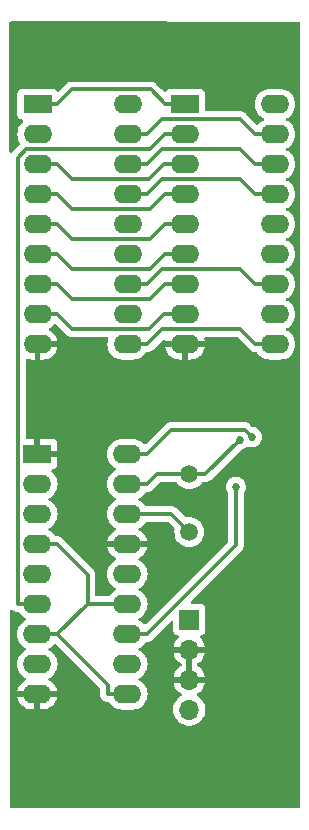
<source format=gbr>
%TF.GenerationSoftware,KiCad,Pcbnew,7.0.6-0*%
%TF.CreationDate,2023-08-27T17:26:56+10:00*%
%TF.ProjectId,PC-SPRINT_SMD,50432d53-5052-4494-9e54-5f534d442e6b,rev?*%
%TF.SameCoordinates,Original*%
%TF.FileFunction,Copper,L2,Bot*%
%TF.FilePolarity,Positive*%
%FSLAX46Y46*%
G04 Gerber Fmt 4.6, Leading zero omitted, Abs format (unit mm)*
G04 Created by KiCad (PCBNEW 7.0.6-0) date 2023-08-27 17:26:56*
%MOMM*%
%LPD*%
G01*
G04 APERTURE LIST*
%TA.AperFunction,ComponentPad*%
%ADD10R,2.400000X1.600000*%
%TD*%
%TA.AperFunction,ComponentPad*%
%ADD11O,2.400000X1.600000*%
%TD*%
%TA.AperFunction,ComponentPad*%
%ADD12C,1.500000*%
%TD*%
%TA.AperFunction,ComponentPad*%
%ADD13R,1.700000X1.700000*%
%TD*%
%TA.AperFunction,ComponentPad*%
%ADD14O,1.700000X1.700000*%
%TD*%
%TA.AperFunction,ViaPad*%
%ADD15C,0.685800*%
%TD*%
%TA.AperFunction,Conductor*%
%ADD16C,0.304800*%
%TD*%
G04 APERTURE END LIST*
D10*
%TO.P,U3,1,CSYNC*%
%TO.N,/GND*%
X77554300Y-86767900D03*
D11*
%TO.P,U3,2,PCLCK*%
%TO.N,Net-(U3-PCLCK)*%
X77554300Y-89307900D03*
%TO.P,U3,3,~{AEN1}*%
X77554300Y-91847900D03*
%TO.P,U3,4,RDY1*%
%TO.N,Net-(U2-F{slash}C)*%
X77554300Y-94387900D03*
%TO.P,U3,5,READY*%
%TO.N,Net-(U1-PCLCK)*%
X77554300Y-96927900D03*
%TO.P,U3,6,RDY2*%
%TO.N,Net-(U2-PCLCK)*%
X77554300Y-99467900D03*
%TO.P,U3,7,~{AEN2}*%
%TO.N,Net-(U2-F{slash}C)*%
X77554300Y-102007900D03*
%TO.P,U3,8,CLK*%
%TO.N,unconnected-(U3-CLK-Pad8)*%
X77554300Y-104547900D03*
%TO.P,U3,9,GND*%
%TO.N,/GND*%
X77554300Y-107087900D03*
%TO.P,U3,10,RESET*%
%TO.N,Net-(U2-F{slash}C)*%
X85174300Y-107087900D03*
%TO.P,U3,11,~{RES}*%
%TO.N,Net-(J1-Pin_1)*%
X85174300Y-104547900D03*
%TO.P,U3,12,OSC*%
%TO.N,Net-(U2-EFI)*%
X85174300Y-102007900D03*
%TO.P,U3,13,F/C*%
%TO.N,Net-(U2-F{slash}C)*%
X85174300Y-99467900D03*
%TO.P,U3,14,EFI*%
%TO.N,Net-(U1-OSC)*%
X85174300Y-96927900D03*
%TO.P,U3,15,~{ASYNC}*%
%TO.N,/GND*%
X85174300Y-94387900D03*
%TO.P,U3,16,X2*%
%TO.N,Net-(U3-X2)*%
X85174300Y-91847900D03*
%TO.P,U3,17,X1*%
%TO.N,Net-(U3-X1)*%
X85174300Y-89307900D03*
%TO.P,U3,18,VCC*%
%TO.N,Net-(U1-VCC)*%
X85174300Y-86767900D03*
%TD*%
D10*
%TO.P,U1,1,CSYNC*%
%TO.N,Net-(U1-CSYNC)*%
X77571900Y-57145600D03*
D11*
%TO.P,U1,2,PCLCK*%
%TO.N,Net-(U1-PCLCK)*%
X77571900Y-59685600D03*
%TO.P,U1,3,~{AEN1}*%
%TO.N,Net-(U1-~{AEN1})*%
X77571900Y-62225600D03*
%TO.P,U1,4,RDY1*%
%TO.N,Net-(U1-RDY1)*%
X77571900Y-64765600D03*
%TO.P,U1,5,READY*%
%TO.N,Net-(U1-READY)*%
X77571900Y-67305600D03*
%TO.P,U1,6,RDY2*%
%TO.N,Net-(U1-RDY2)*%
X77571900Y-69845600D03*
%TO.P,U1,7,~{AEN2}*%
%TO.N,Net-(U1-~{AEN2})*%
X77571900Y-72385600D03*
%TO.P,U1,8,CLK*%
%TO.N,Net-(U1-CLK)*%
X77571900Y-74925600D03*
%TO.P,U1,9,GND*%
%TO.N,/GND*%
X77571900Y-77465600D03*
%TO.P,U1,10,RESET*%
%TO.N,Net-(U1-RESET)*%
X85191900Y-77465600D03*
%TO.P,U1,11,~{RES}*%
%TO.N,Net-(D1-K)*%
X85191900Y-74925600D03*
%TO.P,U1,12,OSC*%
%TO.N,Net-(U1-OSC)*%
X85191900Y-72385600D03*
%TO.P,U1,13,F/C*%
%TO.N,unconnected-(U1-F{slash}C-Pad13)*%
X85191900Y-69845600D03*
%TO.P,U1,14,EFI*%
%TO.N,unconnected-(U1-EFI-Pad14)*%
X85191900Y-67305600D03*
%TO.P,U1,15,~{ASYNC}*%
%TO.N,Net-(U1-~{ASYNC})*%
X85191900Y-64765600D03*
%TO.P,U1,16,X2*%
%TO.N,Net-(U1-X2)*%
X85191900Y-62225600D03*
%TO.P,U1,17,X1*%
%TO.N,Net-(U1-X1)*%
X85191900Y-59685600D03*
%TO.P,U1,18,VCC*%
%TO.N,Net-(U1-VCC)*%
X85191900Y-57145600D03*
%TD*%
D12*
%TO.P,X1,1,1*%
%TO.N,Net-(U3-X2)*%
X90422900Y-93370300D03*
%TO.P,X1,2,2*%
%TO.N,Net-(U3-X1)*%
X90422900Y-88470300D03*
%TD*%
D10*
%TO.P,U2,1,CSYNC*%
%TO.N,Net-(U1-CSYNC)*%
X90060400Y-57145600D03*
D11*
%TO.P,U2,2,PCLCK*%
%TO.N,Net-(U2-PCLCK)*%
X90060400Y-59685600D03*
%TO.P,U2,3,~{AEN1}*%
%TO.N,Net-(U1-~{AEN1})*%
X90060400Y-62225600D03*
%TO.P,U2,4,RDY1*%
%TO.N,Net-(U1-RDY1)*%
X90060400Y-64765600D03*
%TO.P,U2,5,READY*%
%TO.N,Net-(U1-READY)*%
X90060400Y-67305600D03*
%TO.P,U2,6,RDY2*%
%TO.N,Net-(U1-RDY2)*%
X90060400Y-69845600D03*
%TO.P,U2,7,~{AEN2}*%
%TO.N,Net-(U1-~{AEN2})*%
X90060400Y-72385600D03*
%TO.P,U2,8,CLK*%
%TO.N,Net-(U1-CLK)*%
X90060400Y-74925600D03*
%TO.P,U2,9,GND*%
%TO.N,/GND*%
X90060400Y-77465600D03*
%TO.P,U2,10,RESET*%
%TO.N,Net-(U1-RESET)*%
X97680400Y-77465600D03*
%TO.P,U2,11,~{RES}*%
%TO.N,Net-(D1-A)*%
X97680400Y-74925600D03*
%TO.P,U2,12,OSC*%
%TO.N,Net-(U1-OSC)*%
X97680400Y-72385600D03*
%TO.P,U2,13,F/C*%
%TO.N,Net-(U2-F{slash}C)*%
X97680400Y-69845600D03*
%TO.P,U2,14,EFI*%
%TO.N,Net-(U2-EFI)*%
X97680400Y-67305600D03*
%TO.P,U2,15,~{ASYNC}*%
%TO.N,Net-(U1-~{ASYNC})*%
X97680400Y-64765600D03*
%TO.P,U2,16,X2*%
%TO.N,Net-(U1-X2)*%
X97680400Y-62225600D03*
%TO.P,U2,17,X1*%
%TO.N,Net-(U1-X1)*%
X97680400Y-59685600D03*
%TO.P,U2,18,VCC*%
%TO.N,Net-(U1-VCC)*%
X97680400Y-57145600D03*
%TD*%
D13*
%TO.P,J1,1,Pin_1*%
%TO.N,Net-(J1-Pin_1)*%
X90422900Y-100778100D03*
D14*
%TO.P,J1,2,Pin_2*%
%TO.N,/GND*%
X90422900Y-103318100D03*
%TO.P,J1,3,Pin_3*%
X90422900Y-105858100D03*
%TO.P,J1,4,Pin_4*%
%TO.N,Net-(D2-K)*%
X90422900Y-108398100D03*
%TD*%
D15*
%TO.N,Net-(U1-VCC)*%
X95715600Y-85327600D03*
%TO.N,Net-(U3-X1)*%
X94711300Y-85537600D03*
%TO.N,Net-(U2-EFI)*%
X94360300Y-89527800D03*
%TD*%
D16*
%TO.N,Net-(U1-VCC)*%
X86833400Y-86767900D02*
X88869300Y-84732000D01*
X85174300Y-86767900D02*
X86833400Y-86767900D01*
X88869300Y-84732000D02*
X95120000Y-84732000D01*
X95120000Y-84732000D02*
X95715600Y-85327600D01*
%TO.N,Net-(U3-X2)*%
X88900500Y-91847900D02*
X85174300Y-91847900D01*
X90422900Y-93370300D02*
X88900500Y-91847900D01*
%TO.N,Net-(U3-X1)*%
X85174300Y-89307900D02*
X86833400Y-89307900D01*
X86833400Y-89307900D02*
X87671000Y-88470300D01*
X87671000Y-88470300D02*
X90422900Y-88470300D01*
X91778600Y-88470300D02*
X94711300Y-85537600D01*
X90422900Y-88470300D02*
X91778600Y-88470300D01*
%TO.N,Net-(U1-CSYNC)*%
X88401300Y-57145600D02*
X87142200Y-55886500D01*
X90060400Y-57145600D02*
X88401300Y-57145600D01*
X80490100Y-55886500D02*
X79231000Y-57145600D01*
X77571900Y-57145600D02*
X79231000Y-57145600D01*
X87142200Y-55886500D02*
X80490100Y-55886500D01*
%TO.N,Net-(U1-~{AEN1})*%
X80500900Y-63495500D02*
X79231000Y-62225600D01*
X77571900Y-62225600D02*
X79231000Y-62225600D01*
X86984600Y-63495500D02*
X80500900Y-63495500D01*
X90060400Y-62225600D02*
X88254500Y-62225600D01*
X88254500Y-62225600D02*
X86984600Y-63495500D01*
%TO.N,Net-(U1-RDY1)*%
X88401300Y-64765600D02*
X87131400Y-66035500D01*
X90060400Y-64765600D02*
X88401300Y-64765600D01*
X80500900Y-66035500D02*
X79231000Y-64765600D01*
X77571900Y-64765600D02*
X79231000Y-64765600D01*
X87131400Y-66035500D02*
X80500900Y-66035500D01*
%TO.N,Net-(U1-READY)*%
X90060400Y-67305600D02*
X88401300Y-67305600D01*
X80500900Y-68575500D02*
X79231000Y-67305600D01*
X87131400Y-68575500D02*
X80500900Y-68575500D01*
X88401300Y-67305600D02*
X87131400Y-68575500D01*
X77571900Y-67305600D02*
X79231000Y-67305600D01*
%TO.N,Net-(U1-RDY2)*%
X88401300Y-69845600D02*
X87131400Y-71115500D01*
X90060400Y-69845600D02*
X88401300Y-69845600D01*
X77571900Y-69845600D02*
X79231000Y-69845600D01*
X80500900Y-71115500D02*
X79231000Y-69845600D01*
X87131400Y-71115500D02*
X80500900Y-71115500D01*
%TO.N,Net-(U1-~{AEN2})*%
X77571900Y-72385600D02*
X79231000Y-72385600D01*
X88401300Y-72385600D02*
X87131400Y-73655500D01*
X90060400Y-72385600D02*
X88401300Y-72385600D01*
X80500900Y-73655500D02*
X79231000Y-72385600D01*
X87131400Y-73655500D02*
X80500900Y-73655500D01*
%TO.N,Net-(U1-CLK)*%
X90060400Y-74925600D02*
X88254500Y-74925600D01*
X80500900Y-76195500D02*
X79231000Y-74925600D01*
X86984600Y-76195500D02*
X80500900Y-76195500D01*
X77571900Y-74925600D02*
X79231000Y-74925600D01*
X88254500Y-74925600D02*
X86984600Y-76195500D01*
%TO.N,Net-(U1-RESET)*%
X94751400Y-76195700D02*
X88120900Y-76195700D01*
X88120900Y-76195700D02*
X86851000Y-77465600D01*
X97680400Y-77465600D02*
X96021300Y-77465600D01*
X96021300Y-77465600D02*
X94751400Y-76195700D01*
X85191900Y-77465600D02*
X86851000Y-77465600D01*
%TO.N,Net-(U1-OSC)*%
X85191900Y-72385600D02*
X86851000Y-72385600D01*
X97284000Y-72385600D02*
X97680400Y-72385600D01*
X94751400Y-71115700D02*
X96021300Y-72385600D01*
X88120900Y-71115700D02*
X94751400Y-71115700D01*
X97284000Y-72385600D02*
X96021300Y-72385600D01*
X86851000Y-72385600D02*
X88120900Y-71115700D01*
%TO.N,Net-(U1-~{ASYNC})*%
X85191900Y-64765600D02*
X86851000Y-64765600D01*
X94751300Y-63495600D02*
X96021300Y-64765600D01*
X88121000Y-63495600D02*
X94751300Y-63495600D01*
X86851000Y-64765600D02*
X88121000Y-63495600D01*
X97680400Y-64765600D02*
X96021300Y-64765600D01*
%TO.N,Net-(U1-X2)*%
X97680400Y-62225600D02*
X96021300Y-62225600D01*
X86851000Y-62225600D02*
X88116500Y-60960100D01*
X85191900Y-62225600D02*
X86851000Y-62225600D01*
X94755800Y-60960100D02*
X96021300Y-62225600D01*
X88116500Y-60960100D02*
X94755800Y-60960100D01*
%TO.N,Net-(U1-X1)*%
X94751300Y-58415600D02*
X88121000Y-58415600D01*
X97680400Y-59685600D02*
X96021300Y-59685600D01*
X96021300Y-59685600D02*
X94751300Y-58415600D01*
X85191900Y-59685600D02*
X86851000Y-59685600D01*
X88121000Y-58415600D02*
X86851000Y-59685600D01*
%TO.N,Net-(U2-PCLCK)*%
X90060400Y-59685600D02*
X88401300Y-59685600D01*
X75895200Y-61661700D02*
X76601300Y-60955600D01*
X76601300Y-60955600D02*
X87131300Y-60955600D01*
X87131300Y-60955600D02*
X88401300Y-59685600D01*
X75895200Y-99467900D02*
X75895200Y-61661700D01*
X77554300Y-99467900D02*
X75895200Y-99467900D01*
%TO.N,Net-(U2-F{slash}C)*%
X84777900Y-99467900D02*
X85174300Y-99467900D01*
X79239100Y-102033600D02*
X81804800Y-99467900D01*
X84344800Y-99467900D02*
X81804800Y-99467900D01*
X84777900Y-99467900D02*
X84344800Y-99467900D01*
X81804800Y-96979300D02*
X79213400Y-94387900D01*
X83515200Y-107087900D02*
X83515200Y-106309700D01*
X77554300Y-102007900D02*
X79213400Y-102007900D01*
X77554300Y-94387900D02*
X79213400Y-94387900D01*
X85174300Y-107087900D02*
X83515200Y-107087900D01*
X81804800Y-99467900D02*
X81804800Y-96979300D01*
X79239100Y-102033600D02*
X79213400Y-102007900D01*
X83515200Y-106309700D02*
X79239100Y-102033600D01*
%TO.N,Net-(U2-EFI)*%
X86833400Y-102007900D02*
X94360300Y-94481000D01*
X85174300Y-102007900D02*
X86833400Y-102007900D01*
X94360300Y-94481000D02*
X94360300Y-89527800D01*
%TD*%
%TA.AperFunction,Conductor*%
%TO.N,/GND*%
G36*
X77605780Y-50132992D02*
G01*
X99693290Y-50142280D01*
X99760319Y-50161993D01*
X99806052Y-50214816D01*
X99817236Y-50266356D01*
X99776784Y-116624932D01*
X99757059Y-116691959D01*
X99704227Y-116737682D01*
X99652885Y-116748856D01*
X75353411Y-116768564D01*
X75286355Y-116748934D01*
X75240557Y-116696167D01*
X75229310Y-116644671D01*
X75223383Y-109756600D01*
X75215009Y-100023880D01*
X75234636Y-99956824D01*
X75287401Y-99911024D01*
X75356550Y-99901021D01*
X75420131Y-99929991D01*
X75421390Y-99931095D01*
X75424323Y-99933702D01*
X75429542Y-99938930D01*
X75453723Y-99966224D01*
X75483781Y-99986972D01*
X75489673Y-99991588D01*
X75517007Y-100015804D01*
X75549343Y-100032775D01*
X75555757Y-100036652D01*
X75585809Y-100057396D01*
X75585813Y-100057397D01*
X75585814Y-100057398D01*
X75619947Y-100070342D01*
X75626784Y-100073419D01*
X75659120Y-100090391D01*
X75694576Y-100099130D01*
X75701731Y-100101359D01*
X75735874Y-100114308D01*
X75738797Y-100114662D01*
X75772141Y-100118711D01*
X75779476Y-100120055D01*
X75804603Y-100126249D01*
X75814950Y-100128800D01*
X75814952Y-100128800D01*
X75855225Y-100128800D01*
X75955134Y-100128800D01*
X76022173Y-100148485D01*
X76056708Y-100181676D01*
X76148102Y-100312200D01*
X76310000Y-100474098D01*
X76497550Y-100605422D01*
X76497551Y-100605423D01*
X76540645Y-100625518D01*
X76593084Y-100671691D01*
X76612236Y-100738884D01*
X76592020Y-100805765D01*
X76540645Y-100850282D01*
X76497551Y-100870376D01*
X76402969Y-100936604D01*
X76310000Y-101001702D01*
X76309998Y-101001703D01*
X76309995Y-101001706D01*
X76148106Y-101163595D01*
X76148103Y-101163598D01*
X76148102Y-101163600D01*
X76066067Y-101280756D01*
X76016776Y-101351152D01*
X76016775Y-101351154D01*
X75920018Y-101558650D01*
X75920014Y-101558661D01*
X75860757Y-101779810D01*
X75860756Y-101779818D01*
X75840802Y-102007898D01*
X75840802Y-102007901D01*
X75860756Y-102235981D01*
X75860757Y-102235989D01*
X75920014Y-102457138D01*
X75920018Y-102457149D01*
X76005526Y-102640522D01*
X76016777Y-102664649D01*
X76148102Y-102852200D01*
X76310000Y-103014098D01*
X76497551Y-103145422D01*
X76497551Y-103145423D01*
X76540645Y-103165518D01*
X76593084Y-103211691D01*
X76612236Y-103278884D01*
X76592020Y-103345765D01*
X76540645Y-103390282D01*
X76497551Y-103410376D01*
X76372426Y-103497990D01*
X76310000Y-103541702D01*
X76309998Y-103541703D01*
X76309995Y-103541706D01*
X76148106Y-103703595D01*
X76148103Y-103703598D01*
X76148102Y-103703600D01*
X76093491Y-103781592D01*
X76016776Y-103891152D01*
X76016775Y-103891154D01*
X75920018Y-104098650D01*
X75920014Y-104098661D01*
X75860757Y-104319810D01*
X75860756Y-104319818D01*
X75840802Y-104547898D01*
X75840802Y-104547901D01*
X75860756Y-104775981D01*
X75860757Y-104775989D01*
X75920014Y-104997138D01*
X75920018Y-104997149D01*
X76005526Y-105180522D01*
X76016777Y-105204649D01*
X76148102Y-105392200D01*
X76310000Y-105554098D01*
X76497550Y-105685423D01*
X76497551Y-105685423D01*
X76550701Y-105710207D01*
X76603140Y-105756379D01*
X76622292Y-105823573D01*
X76602076Y-105890454D01*
X76550701Y-105934971D01*
X76501817Y-105957765D01*
X76315479Y-106088242D01*
X76154642Y-106249079D01*
X76024165Y-106435417D01*
X75928034Y-106641573D01*
X75928030Y-106641582D01*
X75875427Y-106837899D01*
X75875428Y-106837900D01*
X77238614Y-106837900D01*
X77226659Y-106849855D01*
X77169135Y-106962752D01*
X77149314Y-107087900D01*
X77169135Y-107213048D01*
X77226659Y-107325945D01*
X77238614Y-107337900D01*
X75875428Y-107337900D01*
X75928030Y-107534217D01*
X75928034Y-107534226D01*
X76024165Y-107740382D01*
X76154642Y-107926720D01*
X76315479Y-108087557D01*
X76501817Y-108218034D01*
X76707973Y-108314165D01*
X76707982Y-108314169D01*
X76927689Y-108373039D01*
X76927700Y-108373041D01*
X77097537Y-108387900D01*
X77304300Y-108387900D01*
X77304300Y-107403585D01*
X77316255Y-107415541D01*
X77429152Y-107473065D01*
X77522819Y-107487900D01*
X77585781Y-107487900D01*
X77679448Y-107473065D01*
X77792345Y-107415541D01*
X77804300Y-107403585D01*
X77804300Y-108387900D01*
X78011063Y-108387900D01*
X78180899Y-108373041D01*
X78180910Y-108373039D01*
X78400617Y-108314169D01*
X78400626Y-108314165D01*
X78606782Y-108218034D01*
X78793120Y-108087557D01*
X78953957Y-107926720D01*
X79084434Y-107740382D01*
X79180565Y-107534226D01*
X79180569Y-107534217D01*
X79233172Y-107337900D01*
X77869986Y-107337900D01*
X77881941Y-107325945D01*
X77939465Y-107213048D01*
X77959286Y-107087900D01*
X77939465Y-106962752D01*
X77881941Y-106849855D01*
X77869986Y-106837900D01*
X79233172Y-106837900D01*
X79233172Y-106837899D01*
X79180569Y-106641582D01*
X79180565Y-106641573D01*
X79084434Y-106435417D01*
X78953957Y-106249079D01*
X78793120Y-106088242D01*
X78606781Y-105957765D01*
X78606779Y-105957764D01*
X78557899Y-105934971D01*
X78505459Y-105888799D01*
X78486307Y-105821606D01*
X78506523Y-105754724D01*
X78557899Y-105710207D01*
X78611049Y-105685423D01*
X78798600Y-105554098D01*
X78960498Y-105392200D01*
X79091823Y-105204649D01*
X79188584Y-104997143D01*
X79247843Y-104775987D01*
X79267798Y-104547900D01*
X79247843Y-104319813D01*
X79188584Y-104098657D01*
X79091823Y-103891151D01*
X78960498Y-103703600D01*
X78798600Y-103541702D01*
X78611049Y-103410377D01*
X78567955Y-103390282D01*
X78515515Y-103344110D01*
X78496363Y-103276917D01*
X78516578Y-103210036D01*
X78567955Y-103165518D01*
X78571182Y-103164012D01*
X78611049Y-103145423D01*
X78798600Y-103014098D01*
X78954094Y-102858603D01*
X79015414Y-102825121D01*
X79085105Y-102830105D01*
X79129453Y-102858606D01*
X82817981Y-106547134D01*
X82851466Y-106608457D01*
X82854300Y-106634815D01*
X82854300Y-107168150D01*
X82863039Y-107203606D01*
X82864389Y-107210974D01*
X82868791Y-107247224D01*
X82874501Y-107262281D01*
X82881740Y-107281368D01*
X82883966Y-107288511D01*
X82892707Y-107323976D01*
X82909679Y-107356313D01*
X82912755Y-107363147D01*
X82925704Y-107397291D01*
X82946446Y-107427340D01*
X82950323Y-107433753D01*
X82967296Y-107466092D01*
X82991508Y-107493423D01*
X82996129Y-107499321D01*
X83016872Y-107529372D01*
X83016877Y-107529378D01*
X83044213Y-107553596D01*
X83049503Y-107558886D01*
X83073723Y-107586224D01*
X83103781Y-107606972D01*
X83109673Y-107611588D01*
X83137007Y-107635804D01*
X83169343Y-107652775D01*
X83175757Y-107656652D01*
X83205809Y-107677396D01*
X83205813Y-107677397D01*
X83205814Y-107677398D01*
X83239947Y-107690342D01*
X83246784Y-107693419D01*
X83279120Y-107710391D01*
X83314576Y-107719130D01*
X83321731Y-107721359D01*
X83355874Y-107734308D01*
X83358797Y-107734662D01*
X83392141Y-107738711D01*
X83399476Y-107740055D01*
X83424603Y-107746249D01*
X83434950Y-107748800D01*
X83434952Y-107748800D01*
X83475225Y-107748800D01*
X83575134Y-107748800D01*
X83642173Y-107768485D01*
X83676709Y-107801677D01*
X83764264Y-107926720D01*
X83768102Y-107932200D01*
X83930000Y-108094098D01*
X84117551Y-108225423D01*
X84242391Y-108283636D01*
X84325050Y-108322181D01*
X84325052Y-108322181D01*
X84325057Y-108322184D01*
X84546213Y-108381443D01*
X84717173Y-108396400D01*
X85631427Y-108396400D01*
X85802387Y-108381443D01*
X86023543Y-108322184D01*
X86231049Y-108225423D01*
X86418600Y-108094098D01*
X86580498Y-107932200D01*
X86711823Y-107744649D01*
X86808584Y-107537143D01*
X86867843Y-107315987D01*
X86887798Y-107087900D01*
X86867843Y-106859813D01*
X86808584Y-106638657D01*
X86806792Y-106634815D01*
X86711824Y-106431154D01*
X86711823Y-106431152D01*
X86711823Y-106431151D01*
X86580498Y-106243600D01*
X86418600Y-106081702D01*
X86231049Y-105950377D01*
X86187955Y-105930282D01*
X86135515Y-105884110D01*
X86116363Y-105816917D01*
X86136578Y-105750036D01*
X86187955Y-105705518D01*
X86191182Y-105704012D01*
X86231049Y-105685423D01*
X86418600Y-105554098D01*
X86580498Y-105392200D01*
X86711823Y-105204649D01*
X86808584Y-104997143D01*
X86867843Y-104775987D01*
X86887798Y-104547900D01*
X86867843Y-104319813D01*
X86808584Y-104098657D01*
X86711823Y-103891151D01*
X86580498Y-103703600D01*
X86418600Y-103541702D01*
X86231049Y-103410377D01*
X86187955Y-103390282D01*
X86135515Y-103344110D01*
X86116363Y-103276917D01*
X86136578Y-103210036D01*
X86187955Y-103165518D01*
X86191182Y-103164012D01*
X86231049Y-103145423D01*
X86418600Y-103014098D01*
X86580498Y-102852200D01*
X86671891Y-102721676D01*
X86726468Y-102678052D01*
X86773466Y-102668800D01*
X86811546Y-102668800D01*
X86815291Y-102668913D01*
X86873596Y-102672440D01*
X86873596Y-102672439D01*
X86873597Y-102672440D01*
X86931084Y-102661903D01*
X86934730Y-102661349D01*
X86992725Y-102654308D01*
X87001060Y-102651146D01*
X87022685Y-102645117D01*
X87031464Y-102643509D01*
X87084767Y-102619518D01*
X87088153Y-102618116D01*
X87142791Y-102597396D01*
X87150134Y-102592326D01*
X87169685Y-102581299D01*
X87177820Y-102577639D01*
X87223805Y-102541610D01*
X87226781Y-102539420D01*
X87274877Y-102506224D01*
X87313620Y-102462490D01*
X87316170Y-102459781D01*
X88852720Y-100923231D01*
X88914042Y-100889748D01*
X88983734Y-100894732D01*
X89039667Y-100936604D01*
X89064084Y-101002068D01*
X89064400Y-101010914D01*
X89064400Y-101676754D01*
X89070911Y-101737302D01*
X89070911Y-101737304D01*
X89122011Y-101874304D01*
X89209639Y-101991361D01*
X89326696Y-102078989D01*
X89456282Y-102127322D01*
X89512213Y-102169193D01*
X89536630Y-102234657D01*
X89521778Y-102302930D01*
X89500628Y-102331184D01*
X89384786Y-102447026D01*
X89249300Y-102640520D01*
X89249299Y-102640522D01*
X89149470Y-102854607D01*
X89149467Y-102854613D01*
X89092264Y-103068099D01*
X89092264Y-103068100D01*
X89989214Y-103068100D01*
X89963407Y-103108256D01*
X89922900Y-103246211D01*
X89922900Y-103389989D01*
X89963407Y-103527944D01*
X89989214Y-103568100D01*
X89092264Y-103568100D01*
X89149467Y-103781586D01*
X89149470Y-103781592D01*
X89249299Y-103995678D01*
X89384794Y-104189182D01*
X89551817Y-104356205D01*
X89737931Y-104486525D01*
X89781556Y-104541103D01*
X89788748Y-104610601D01*
X89757226Y-104672956D01*
X89737931Y-104689675D01*
X89551822Y-104819990D01*
X89551820Y-104819991D01*
X89384791Y-104987020D01*
X89384786Y-104987026D01*
X89249300Y-105180520D01*
X89249299Y-105180522D01*
X89149470Y-105394607D01*
X89149467Y-105394613D01*
X89092264Y-105608099D01*
X89092264Y-105608100D01*
X89989214Y-105608100D01*
X89963407Y-105648256D01*
X89922900Y-105786211D01*
X89922900Y-105929989D01*
X89963407Y-106067944D01*
X89989214Y-106108100D01*
X89092264Y-106108100D01*
X89149467Y-106321586D01*
X89149470Y-106321592D01*
X89249299Y-106535678D01*
X89384794Y-106729182D01*
X89551817Y-106896205D01*
X89732702Y-107022863D01*
X89776327Y-107077440D01*
X89783519Y-107146939D01*
X89751997Y-107209293D01*
X89720597Y-107233492D01*
X89677327Y-107256909D01*
X89677322Y-107256912D01*
X89499661Y-107395192D01*
X89499656Y-107395197D01*
X89347184Y-107560823D01*
X89347176Y-107560834D01*
X89224040Y-107749307D01*
X89133603Y-107955485D01*
X89078336Y-108173728D01*
X89078334Y-108173740D01*
X89059744Y-108398094D01*
X89059744Y-108398105D01*
X89078334Y-108622459D01*
X89078336Y-108622471D01*
X89133603Y-108840714D01*
X89224040Y-109046892D01*
X89347176Y-109235365D01*
X89347184Y-109235376D01*
X89499656Y-109401002D01*
X89499660Y-109401006D01*
X89677324Y-109539289D01*
X89677325Y-109539289D01*
X89677327Y-109539291D01*
X89804035Y-109607861D01*
X89875326Y-109646442D01*
X90088265Y-109719544D01*
X90310331Y-109756600D01*
X90535469Y-109756600D01*
X90757535Y-109719544D01*
X90970474Y-109646442D01*
X91168476Y-109539289D01*
X91346140Y-109401006D01*
X91498622Y-109235368D01*
X91621760Y-109046891D01*
X91712196Y-108840716D01*
X91767464Y-108622468D01*
X91786056Y-108398100D01*
X91785915Y-108396400D01*
X91767465Y-108173740D01*
X91767463Y-108173728D01*
X91712196Y-107955485D01*
X91701984Y-107932204D01*
X91621760Y-107749309D01*
X91621427Y-107748800D01*
X91547604Y-107635804D01*
X91498622Y-107560832D01*
X91498619Y-107560829D01*
X91498615Y-107560823D01*
X91346143Y-107395197D01*
X91346138Y-107395192D01*
X91168477Y-107256912D01*
X91168477Y-107256911D01*
X91125203Y-107233493D01*
X91075613Y-107184273D01*
X91060505Y-107116057D01*
X91084675Y-107050501D01*
X91113098Y-107022863D01*
X91293979Y-106896208D01*
X91461005Y-106729182D01*
X91596500Y-106535678D01*
X91696329Y-106321592D01*
X91696332Y-106321586D01*
X91753536Y-106108100D01*
X90856586Y-106108100D01*
X90882393Y-106067944D01*
X90922900Y-105929989D01*
X90922900Y-105786211D01*
X90882393Y-105648256D01*
X90856586Y-105608100D01*
X91753536Y-105608100D01*
X91753535Y-105608099D01*
X91696332Y-105394613D01*
X91696329Y-105394607D01*
X91596500Y-105180522D01*
X91596499Y-105180520D01*
X91461013Y-104987026D01*
X91461008Y-104987020D01*
X91293978Y-104819990D01*
X91107868Y-104689673D01*
X91064243Y-104635096D01*
X91057051Y-104565598D01*
X91088573Y-104503243D01*
X91107869Y-104486524D01*
X91293979Y-104356208D01*
X91461005Y-104189182D01*
X91596500Y-103995678D01*
X91696329Y-103781592D01*
X91696332Y-103781586D01*
X91753536Y-103568100D01*
X90856586Y-103568100D01*
X90882393Y-103527944D01*
X90922900Y-103389989D01*
X90922900Y-103246211D01*
X90882393Y-103108256D01*
X90856586Y-103068100D01*
X91753536Y-103068100D01*
X91753535Y-103068099D01*
X91696332Y-102854613D01*
X91696329Y-102854607D01*
X91596500Y-102640522D01*
X91596499Y-102640520D01*
X91461013Y-102447026D01*
X91461008Y-102447020D01*
X91345172Y-102331184D01*
X91311687Y-102269861D01*
X91316671Y-102200169D01*
X91358543Y-102144236D01*
X91389512Y-102127324D01*
X91519104Y-102078989D01*
X91636161Y-101991361D01*
X91723789Y-101874304D01*
X91774889Y-101737301D01*
X91778491Y-101703792D01*
X91781399Y-101676754D01*
X91781400Y-101676737D01*
X91781400Y-99879462D01*
X91781399Y-99879445D01*
X91777812Y-99846091D01*
X91774889Y-99818899D01*
X91723789Y-99681896D01*
X91636161Y-99564839D01*
X91519104Y-99477211D01*
X91382103Y-99426111D01*
X91321554Y-99419600D01*
X91321538Y-99419600D01*
X90655715Y-99419600D01*
X90588676Y-99399915D01*
X90542921Y-99347111D01*
X90532977Y-99277953D01*
X90562002Y-99214397D01*
X90568034Y-99207919D01*
X91613769Y-98162184D01*
X94812181Y-94963770D01*
X94814892Y-94961219D01*
X94858624Y-94922477D01*
X94891820Y-94874381D01*
X94894010Y-94871405D01*
X94930039Y-94825420D01*
X94933699Y-94817285D01*
X94944726Y-94797734D01*
X94949796Y-94790391D01*
X94970516Y-94735753D01*
X94971918Y-94732367D01*
X94995909Y-94679064D01*
X94997517Y-94670285D01*
X95003546Y-94648660D01*
X95006708Y-94640325D01*
X95013749Y-94582330D01*
X95014303Y-94578684D01*
X95024840Y-94521197D01*
X95021312Y-94462888D01*
X95021199Y-94459143D01*
X95021199Y-92276242D01*
X95021199Y-90113788D01*
X95040884Y-90046753D01*
X95052416Y-90031650D01*
X95052887Y-90031001D01*
X95052891Y-90030997D01*
X95142377Y-89876003D01*
X95197682Y-89705791D01*
X95216390Y-89527800D01*
X95197682Y-89349809D01*
X95170029Y-89264703D01*
X95142379Y-89179602D01*
X95142376Y-89179596D01*
X95052891Y-89024603D01*
X94933136Y-88891601D01*
X94884872Y-88856535D01*
X94788343Y-88786402D01*
X94624844Y-88713609D01*
X94497038Y-88686443D01*
X94449786Y-88676400D01*
X94270814Y-88676400D01*
X94233604Y-88684308D01*
X94095755Y-88713609D01*
X94095754Y-88713609D01*
X93932256Y-88786402D01*
X93787462Y-88891602D01*
X93667708Y-89024604D01*
X93578223Y-89179596D01*
X93578220Y-89179602D01*
X93522919Y-89349804D01*
X93522918Y-89349806D01*
X93504210Y-89527799D01*
X93522918Y-89705793D01*
X93522919Y-89705795D01*
X93578220Y-89875997D01*
X93578223Y-89876003D01*
X93667708Y-90030996D01*
X93671527Y-90036252D01*
X93670510Y-90036990D01*
X93697779Y-90093807D01*
X93699400Y-90113792D01*
X93699400Y-94155883D01*
X93679715Y-94222922D01*
X93663081Y-94243564D01*
X86749453Y-101157192D01*
X86688130Y-101190677D01*
X86618438Y-101185693D01*
X86574091Y-101157193D01*
X86574090Y-101157192D01*
X86418600Y-101001702D01*
X86231049Y-100870377D01*
X86187955Y-100850282D01*
X86135515Y-100804110D01*
X86116363Y-100736917D01*
X86136578Y-100670036D01*
X86187955Y-100625518D01*
X86191182Y-100624012D01*
X86231049Y-100605423D01*
X86418600Y-100474098D01*
X86580498Y-100312200D01*
X86711823Y-100124649D01*
X86808584Y-99917143D01*
X86867843Y-99695987D01*
X86887798Y-99467900D01*
X86867843Y-99239813D01*
X86808584Y-99018657D01*
X86711823Y-98811151D01*
X86580498Y-98623600D01*
X86418600Y-98461702D01*
X86231049Y-98330377D01*
X86187955Y-98310282D01*
X86135515Y-98264110D01*
X86116363Y-98196917D01*
X86136578Y-98130036D01*
X86187955Y-98085518D01*
X86191182Y-98084012D01*
X86231049Y-98065423D01*
X86418600Y-97934098D01*
X86580498Y-97772200D01*
X86711823Y-97584649D01*
X86808584Y-97377143D01*
X86867843Y-97155987D01*
X86887798Y-96927900D01*
X86867843Y-96699813D01*
X86808584Y-96478657D01*
X86711823Y-96271151D01*
X86580498Y-96083600D01*
X86418600Y-95921702D01*
X86231049Y-95790377D01*
X86177896Y-95765591D01*
X86125458Y-95719419D01*
X86106307Y-95652225D01*
X86126523Y-95585344D01*
X86177900Y-95540827D01*
X86226783Y-95518033D01*
X86413120Y-95387557D01*
X86573957Y-95226720D01*
X86704434Y-95040382D01*
X86800565Y-94834226D01*
X86800569Y-94834217D01*
X86853172Y-94637900D01*
X85489986Y-94637900D01*
X85501941Y-94625945D01*
X85559465Y-94513048D01*
X85579286Y-94387900D01*
X85559465Y-94262752D01*
X85501941Y-94149855D01*
X85489986Y-94137900D01*
X86853172Y-94137900D01*
X86853172Y-94137899D01*
X86800569Y-93941582D01*
X86800565Y-93941573D01*
X86704434Y-93735417D01*
X86573957Y-93549079D01*
X86413120Y-93388242D01*
X86226781Y-93257765D01*
X86226779Y-93257764D01*
X86177899Y-93234971D01*
X86125459Y-93188799D01*
X86106307Y-93121606D01*
X86126523Y-93054724D01*
X86177899Y-93010207D01*
X86231049Y-92985423D01*
X86418600Y-92854098D01*
X86580498Y-92692200D01*
X86671891Y-92561676D01*
X86726468Y-92518052D01*
X86773466Y-92508800D01*
X88575385Y-92508800D01*
X88642424Y-92528485D01*
X88663066Y-92545119D01*
X89147200Y-93029254D01*
X89180685Y-93090577D01*
X89179378Y-93145531D01*
X89179726Y-93145593D01*
X89179323Y-93147878D01*
X89179296Y-93149021D01*
X89178786Y-93150924D01*
X89178785Y-93150930D01*
X89159593Y-93370297D01*
X89159593Y-93370302D01*
X89175233Y-93549079D01*
X89178785Y-93589671D01*
X89235780Y-93802376D01*
X89235781Y-93802379D01*
X89235782Y-93802381D01*
X89328842Y-94001950D01*
X89328844Y-94001954D01*
X89455151Y-94182338D01*
X89610862Y-94338049D01*
X89791246Y-94464356D01*
X89990824Y-94557420D01*
X90203529Y-94614415D01*
X90360222Y-94628123D01*
X90422898Y-94633607D01*
X90422900Y-94633607D01*
X90422902Y-94633607D01*
X90477742Y-94628809D01*
X90642271Y-94614415D01*
X90854976Y-94557420D01*
X91054554Y-94464356D01*
X91234938Y-94338049D01*
X91390649Y-94182338D01*
X91516956Y-94001954D01*
X91610020Y-93802376D01*
X91667015Y-93589671D01*
X91685209Y-93381706D01*
X91686207Y-93370302D01*
X91686207Y-93370297D01*
X91675715Y-93250375D01*
X91667015Y-93150929D01*
X91610020Y-92938224D01*
X91516956Y-92738647D01*
X91516954Y-92738644D01*
X91516953Y-92738642D01*
X91393040Y-92561677D01*
X91390649Y-92558262D01*
X91234938Y-92402551D01*
X91054554Y-92276244D01*
X91054550Y-92276242D01*
X90854981Y-92183182D01*
X90854979Y-92183181D01*
X90854976Y-92183180D01*
X90703677Y-92142639D01*
X90642272Y-92126185D01*
X90642265Y-92126184D01*
X90422902Y-92106993D01*
X90422898Y-92106993D01*
X90276652Y-92119787D01*
X90203529Y-92126185D01*
X90203527Y-92126185D01*
X90203524Y-92126186D01*
X90201621Y-92126696D01*
X90200750Y-92126675D01*
X90198193Y-92127126D01*
X90198102Y-92126612D01*
X90131771Y-92125029D01*
X90081854Y-92094600D01*
X90037785Y-92050532D01*
X89383270Y-91396017D01*
X89380719Y-91393306D01*
X89341977Y-91349576D01*
X89341978Y-91349576D01*
X89293902Y-91316392D01*
X89290886Y-91314172D01*
X89261755Y-91291350D01*
X89244920Y-91278161D01*
X89244918Y-91278160D01*
X89244913Y-91278157D01*
X89236781Y-91274497D01*
X89217239Y-91263476D01*
X89209891Y-91258404D01*
X89209889Y-91258403D01*
X89155279Y-91237691D01*
X89151819Y-91236259D01*
X89098564Y-91212291D01*
X89098562Y-91212290D01*
X89098561Y-91212290D01*
X89089778Y-91210680D01*
X89068164Y-91204654D01*
X89059825Y-91201492D01*
X89059823Y-91201491D01*
X89001856Y-91194452D01*
X88998154Y-91193889D01*
X88940700Y-91183360D01*
X88940695Y-91183360D01*
X88882391Y-91186887D01*
X88878646Y-91187000D01*
X86773466Y-91187000D01*
X86706427Y-91167315D01*
X86671891Y-91134123D01*
X86580501Y-91003604D01*
X86580496Y-91003598D01*
X86418604Y-90841706D01*
X86418600Y-90841702D01*
X86231049Y-90710377D01*
X86187955Y-90690282D01*
X86135515Y-90644110D01*
X86116363Y-90576917D01*
X86136578Y-90510036D01*
X86187955Y-90465518D01*
X86191182Y-90464012D01*
X86231049Y-90445423D01*
X86418600Y-90314098D01*
X86580498Y-90152200D01*
X86671891Y-90021676D01*
X86726468Y-89978052D01*
X86773466Y-89968800D01*
X86811546Y-89968800D01*
X86815291Y-89968913D01*
X86873596Y-89972440D01*
X86873596Y-89972439D01*
X86873597Y-89972440D01*
X86931084Y-89961903D01*
X86934730Y-89961349D01*
X86992725Y-89954308D01*
X87001060Y-89951146D01*
X87022685Y-89945117D01*
X87031464Y-89943509D01*
X87084767Y-89919518D01*
X87088153Y-89918116D01*
X87142791Y-89897396D01*
X87150134Y-89892326D01*
X87169685Y-89881299D01*
X87177820Y-89877639D01*
X87223805Y-89841610D01*
X87226781Y-89839420D01*
X87274877Y-89806224D01*
X87313620Y-89762490D01*
X87316155Y-89759796D01*
X87908433Y-89167519D01*
X87969757Y-89134034D01*
X87996115Y-89131200D01*
X89284772Y-89131200D01*
X89351811Y-89150885D01*
X89386346Y-89184076D01*
X89455145Y-89282331D01*
X89455149Y-89282336D01*
X89455151Y-89282338D01*
X89610862Y-89438049D01*
X89791246Y-89564356D01*
X89990824Y-89657420D01*
X90203529Y-89714415D01*
X90360222Y-89728123D01*
X90422898Y-89733607D01*
X90422900Y-89733607D01*
X90422902Y-89733607D01*
X90477742Y-89728809D01*
X90642271Y-89714415D01*
X90854976Y-89657420D01*
X91054554Y-89564356D01*
X91234938Y-89438049D01*
X91390649Y-89282338D01*
X91390654Y-89282331D01*
X91459454Y-89184076D01*
X91514031Y-89140451D01*
X91561028Y-89131200D01*
X91756746Y-89131200D01*
X91760491Y-89131313D01*
X91818796Y-89134840D01*
X91818796Y-89134839D01*
X91818797Y-89134840D01*
X91876284Y-89124303D01*
X91879930Y-89123749D01*
X91937925Y-89116708D01*
X91946260Y-89113546D01*
X91967885Y-89107517D01*
X91976664Y-89105909D01*
X92029967Y-89081918D01*
X92033353Y-89080516D01*
X92087991Y-89059796D01*
X92095334Y-89054726D01*
X92114885Y-89043699D01*
X92123020Y-89040039D01*
X92169005Y-89004010D01*
X92171981Y-89001820D01*
X92220077Y-88968624D01*
X92258820Y-88924890D01*
X92261370Y-88922181D01*
X94766900Y-86416652D01*
X94828221Y-86383169D01*
X94828456Y-86383118D01*
X94975846Y-86351790D01*
X95139345Y-86278996D01*
X95284136Y-86173799D01*
X95292191Y-86164852D01*
X95351675Y-86128203D01*
X95421532Y-86129531D01*
X95434776Y-86134543D01*
X95445288Y-86139223D01*
X95451054Y-86141790D01*
X95626114Y-86179000D01*
X95626115Y-86179000D01*
X95805084Y-86179000D01*
X95805086Y-86179000D01*
X95980146Y-86141790D01*
X96143645Y-86068996D01*
X96288436Y-85963799D01*
X96408191Y-85830797D01*
X96497677Y-85675803D01*
X96552982Y-85505591D01*
X96571690Y-85327600D01*
X96552982Y-85149609D01*
X96497677Y-84979397D01*
X96408191Y-84824403D01*
X96288436Y-84691401D01*
X96240172Y-84656335D01*
X96143643Y-84586202D01*
X95980144Y-84513409D01*
X95833098Y-84482154D01*
X95771616Y-84448962D01*
X95771198Y-84448545D01*
X95771197Y-84448544D01*
X95602769Y-84280116D01*
X95600218Y-84277405D01*
X95561477Y-84233676D01*
X95561478Y-84233676D01*
X95513402Y-84200492D01*
X95510386Y-84198272D01*
X95464421Y-84162262D01*
X95464420Y-84162261D01*
X95464418Y-84162260D01*
X95464413Y-84162257D01*
X95456281Y-84158597D01*
X95436739Y-84147576D01*
X95429391Y-84142504D01*
X95429389Y-84142503D01*
X95374779Y-84121791D01*
X95371319Y-84120359D01*
X95371315Y-84120357D01*
X95318064Y-84096391D01*
X95318062Y-84096390D01*
X95318061Y-84096390D01*
X95309278Y-84094780D01*
X95287664Y-84088754D01*
X95279325Y-84085592D01*
X95279323Y-84085591D01*
X95221356Y-84078552D01*
X95217654Y-84077989D01*
X95160200Y-84067460D01*
X95160195Y-84067460D01*
X95101891Y-84070987D01*
X95098146Y-84071100D01*
X88891138Y-84071100D01*
X88887393Y-84070987D01*
X88829105Y-84067461D01*
X88829100Y-84067461D01*
X88780468Y-84076373D01*
X88771654Y-84077988D01*
X88767956Y-84078551D01*
X88709977Y-84085591D01*
X88707292Y-84086609D01*
X88701627Y-84088757D01*
X88680020Y-84094780D01*
X88671244Y-84096388D01*
X88671232Y-84096392D01*
X88635304Y-84112561D01*
X88617980Y-84120359D01*
X88614526Y-84121789D01*
X88559907Y-84142504D01*
X88552550Y-84147582D01*
X88533026Y-84158593D01*
X88524886Y-84162257D01*
X88524877Y-84162262D01*
X88478906Y-84198276D01*
X88475892Y-84200494D01*
X88427821Y-84233676D01*
X88427820Y-84233677D01*
X88389087Y-84277398D01*
X88386520Y-84280124D01*
X86749453Y-85917192D01*
X86688130Y-85950677D01*
X86618438Y-85945693D01*
X86574091Y-85917193D01*
X86517418Y-85860520D01*
X86418600Y-85761702D01*
X86231049Y-85630377D01*
X86231045Y-85630375D01*
X86023549Y-85533618D01*
X86023538Y-85533614D01*
X85802389Y-85474357D01*
X85802381Y-85474356D01*
X85631427Y-85459400D01*
X84717173Y-85459400D01*
X84546218Y-85474356D01*
X84546210Y-85474357D01*
X84325061Y-85533614D01*
X84325050Y-85533618D01*
X84117554Y-85630375D01*
X84117552Y-85630376D01*
X84117549Y-85630377D01*
X84117551Y-85630377D01*
X83930000Y-85761702D01*
X83929998Y-85761703D01*
X83929995Y-85761706D01*
X83768106Y-85923595D01*
X83768103Y-85923598D01*
X83768102Y-85923600D01*
X83686067Y-86040756D01*
X83636776Y-86111152D01*
X83636775Y-86111154D01*
X83540018Y-86318650D01*
X83540014Y-86318661D01*
X83480757Y-86539810D01*
X83480756Y-86539818D01*
X83460802Y-86767898D01*
X83460802Y-86767901D01*
X83480756Y-86995981D01*
X83480757Y-86995989D01*
X83540014Y-87217138D01*
X83540018Y-87217149D01*
X83626919Y-87403508D01*
X83636777Y-87424649D01*
X83768102Y-87612200D01*
X83930000Y-87774098D01*
X84051864Y-87859428D01*
X84117551Y-87905423D01*
X84160645Y-87925518D01*
X84213084Y-87971691D01*
X84232236Y-88038884D01*
X84212020Y-88105765D01*
X84160645Y-88150282D01*
X84117551Y-88170376D01*
X84026245Y-88234310D01*
X83930000Y-88301702D01*
X83929998Y-88301703D01*
X83929995Y-88301706D01*
X83768106Y-88463595D01*
X83768103Y-88463598D01*
X83768102Y-88463600D01*
X83686067Y-88580756D01*
X83636776Y-88651152D01*
X83636775Y-88651154D01*
X83540018Y-88858650D01*
X83540014Y-88858661D01*
X83480757Y-89079810D01*
X83480756Y-89079818D01*
X83460802Y-89307898D01*
X83460802Y-89307901D01*
X83480756Y-89535981D01*
X83480757Y-89535989D01*
X83540014Y-89757138D01*
X83540018Y-89757149D01*
X83626919Y-89943508D01*
X83636777Y-89964649D01*
X83768102Y-90152200D01*
X83930000Y-90314098D01*
X84117550Y-90445422D01*
X84117551Y-90445423D01*
X84160645Y-90465518D01*
X84213084Y-90511691D01*
X84232236Y-90578884D01*
X84212020Y-90645765D01*
X84160645Y-90690282D01*
X84117551Y-90710376D01*
X83992426Y-90797990D01*
X83930000Y-90841702D01*
X83929998Y-90841703D01*
X83929995Y-90841706D01*
X83768106Y-91003595D01*
X83768103Y-91003598D01*
X83768102Y-91003600D01*
X83686067Y-91120756D01*
X83636776Y-91191152D01*
X83636775Y-91191154D01*
X83540018Y-91398650D01*
X83540014Y-91398661D01*
X83480757Y-91619810D01*
X83480756Y-91619818D01*
X83460802Y-91847898D01*
X83460802Y-91847901D01*
X83480756Y-92075981D01*
X83480757Y-92075989D01*
X83540014Y-92297138D01*
X83540018Y-92297149D01*
X83589168Y-92402551D01*
X83636777Y-92504649D01*
X83768102Y-92692200D01*
X83930000Y-92854098D01*
X84117550Y-92985422D01*
X84117551Y-92985423D01*
X84170701Y-93010207D01*
X84223140Y-93056379D01*
X84242292Y-93123573D01*
X84222076Y-93190454D01*
X84170701Y-93234971D01*
X84121817Y-93257765D01*
X83935479Y-93388242D01*
X83774642Y-93549079D01*
X83644165Y-93735417D01*
X83548034Y-93941573D01*
X83548030Y-93941582D01*
X83495427Y-94137899D01*
X83495428Y-94137900D01*
X84858614Y-94137900D01*
X84846659Y-94149855D01*
X84789135Y-94262752D01*
X84769314Y-94387900D01*
X84789135Y-94513048D01*
X84846659Y-94625945D01*
X84858614Y-94637900D01*
X83495428Y-94637900D01*
X83548030Y-94834217D01*
X83548034Y-94834226D01*
X83644165Y-95040382D01*
X83774642Y-95226720D01*
X83935479Y-95387557D01*
X84121817Y-95518033D01*
X84170699Y-95540827D01*
X84223139Y-95586999D01*
X84242292Y-95654192D01*
X84222077Y-95721074D01*
X84170702Y-95765591D01*
X84117556Y-95790374D01*
X84117552Y-95790376D01*
X84047156Y-95839667D01*
X83930000Y-95921702D01*
X83929998Y-95921703D01*
X83929995Y-95921706D01*
X83768106Y-96083595D01*
X83636776Y-96271152D01*
X83636775Y-96271154D01*
X83540018Y-96478650D01*
X83540014Y-96478661D01*
X83480757Y-96699810D01*
X83480756Y-96699818D01*
X83460802Y-96927898D01*
X83460802Y-96927901D01*
X83480756Y-97155981D01*
X83480757Y-97155989D01*
X83540014Y-97377138D01*
X83540018Y-97377149D01*
X83636775Y-97584645D01*
X83636777Y-97584649D01*
X83768102Y-97772200D01*
X83930000Y-97934098D01*
X84117550Y-98065422D01*
X84117551Y-98065423D01*
X84160645Y-98085518D01*
X84213084Y-98131691D01*
X84232236Y-98198884D01*
X84212020Y-98265765D01*
X84160645Y-98310282D01*
X84117551Y-98330376D01*
X83992426Y-98417990D01*
X83930000Y-98461702D01*
X83929998Y-98461703D01*
X83929995Y-98461706D01*
X83768103Y-98623598D01*
X83768098Y-98623604D01*
X83676709Y-98754123D01*
X83622132Y-98797748D01*
X83575134Y-98807000D01*
X82589700Y-98807000D01*
X82522661Y-98787315D01*
X82476906Y-98734511D01*
X82465700Y-98683000D01*
X82465700Y-97001154D01*
X82465813Y-96997409D01*
X82469340Y-96939103D01*
X82469339Y-96939098D01*
X82458809Y-96881642D01*
X82458245Y-96877936D01*
X82451208Y-96819978D01*
X82451208Y-96819976D01*
X82448045Y-96811636D01*
X82442017Y-96790012D01*
X82440409Y-96781237D01*
X82440409Y-96781236D01*
X82416423Y-96727942D01*
X82415016Y-96724545D01*
X82394296Y-96669909D01*
X82389223Y-96662560D01*
X82378198Y-96643011D01*
X82374539Y-96634880D01*
X82338525Y-96588912D01*
X82336306Y-96585896D01*
X82303124Y-96537823D01*
X82259383Y-96499072D01*
X82256689Y-96496536D01*
X79696170Y-93936017D01*
X79693619Y-93933306D01*
X79654877Y-93889576D01*
X79654878Y-93889576D01*
X79606802Y-93856392D01*
X79603786Y-93854172D01*
X79574655Y-93831350D01*
X79557820Y-93818161D01*
X79557818Y-93818160D01*
X79557813Y-93818157D01*
X79549681Y-93814497D01*
X79530139Y-93803476D01*
X79528553Y-93802381D01*
X79522791Y-93798404D01*
X79522789Y-93798403D01*
X79468179Y-93777691D01*
X79464719Y-93776259D01*
X79411464Y-93752291D01*
X79411462Y-93752290D01*
X79411461Y-93752290D01*
X79402678Y-93750680D01*
X79381064Y-93744654D01*
X79372725Y-93741492D01*
X79372723Y-93741491D01*
X79314756Y-93734452D01*
X79311054Y-93733889D01*
X79253600Y-93723360D01*
X79253595Y-93723360D01*
X79195291Y-93726887D01*
X79191546Y-93727000D01*
X79153466Y-93727000D01*
X79086427Y-93707315D01*
X79051891Y-93674123D01*
X78960501Y-93543604D01*
X78960496Y-93543598D01*
X78798604Y-93381706D01*
X78798600Y-93381702D01*
X78611049Y-93250377D01*
X78567955Y-93230282D01*
X78515515Y-93184110D01*
X78496363Y-93116917D01*
X78516578Y-93050036D01*
X78567955Y-93005518D01*
X78571182Y-93004012D01*
X78611049Y-92985423D01*
X78798600Y-92854098D01*
X78960498Y-92692200D01*
X79091823Y-92504649D01*
X79188584Y-92297143D01*
X79247843Y-92075987D01*
X79267798Y-91847900D01*
X79247843Y-91619813D01*
X79188584Y-91398657D01*
X79186739Y-91394701D01*
X79132394Y-91278157D01*
X79091823Y-91191151D01*
X78960498Y-91003600D01*
X78798600Y-90841702D01*
X78611049Y-90710377D01*
X78567955Y-90690282D01*
X78515515Y-90644110D01*
X78496363Y-90576917D01*
X78516578Y-90510036D01*
X78567955Y-90465518D01*
X78571182Y-90464012D01*
X78611049Y-90445423D01*
X78798600Y-90314098D01*
X78960498Y-90152200D01*
X79091823Y-89964649D01*
X79188584Y-89757143D01*
X79247843Y-89535987D01*
X79267798Y-89307900D01*
X79247843Y-89079813D01*
X79188584Y-88858657D01*
X79091823Y-88651151D01*
X78960498Y-88463600D01*
X78798600Y-88301702D01*
X78780298Y-88288886D01*
X78736675Y-88234310D01*
X78729483Y-88164812D01*
X78761006Y-88102458D01*
X78821237Y-88067045D01*
X78838171Y-88064024D01*
X78861679Y-88061496D01*
X78996386Y-88011254D01*
X78996393Y-88011250D01*
X79111487Y-87925090D01*
X79111490Y-87925087D01*
X79197650Y-87809993D01*
X79197654Y-87809986D01*
X79247896Y-87675279D01*
X79247898Y-87675272D01*
X79254299Y-87615744D01*
X79254300Y-87615727D01*
X79254300Y-87017900D01*
X77869986Y-87017900D01*
X77881941Y-87005945D01*
X77939465Y-86893048D01*
X77959286Y-86767900D01*
X77939465Y-86642752D01*
X77881941Y-86529855D01*
X77869986Y-86517900D01*
X79254300Y-86517900D01*
X79254300Y-85920072D01*
X79254299Y-85920055D01*
X79247898Y-85860527D01*
X79247896Y-85860520D01*
X79197654Y-85725813D01*
X79197650Y-85725806D01*
X79111490Y-85610712D01*
X79111487Y-85610709D01*
X78996393Y-85524549D01*
X78996386Y-85524545D01*
X78861679Y-85474303D01*
X78861672Y-85474301D01*
X78802144Y-85467900D01*
X77804300Y-85467900D01*
X77804300Y-86452214D01*
X77792345Y-86440259D01*
X77679448Y-86382735D01*
X77585781Y-86367900D01*
X77522819Y-86367900D01*
X77429152Y-86382735D01*
X77316255Y-86440259D01*
X77304300Y-86452213D01*
X77304300Y-85467900D01*
X76680100Y-85467900D01*
X76613061Y-85448215D01*
X76567306Y-85395411D01*
X76556100Y-85343900D01*
X76556100Y-78807273D01*
X76575785Y-78740234D01*
X76628589Y-78694479D01*
X76697747Y-78684535D01*
X76722522Y-78690755D01*
X76725583Y-78691869D01*
X76945289Y-78750739D01*
X76945300Y-78750741D01*
X77115137Y-78765600D01*
X77321900Y-78765600D01*
X77321900Y-77781286D01*
X77333855Y-77793241D01*
X77446752Y-77850765D01*
X77540419Y-77865600D01*
X77603381Y-77865600D01*
X77697048Y-77850765D01*
X77809945Y-77793241D01*
X77821900Y-77781286D01*
X77821900Y-78765600D01*
X78028663Y-78765600D01*
X78198499Y-78750741D01*
X78198510Y-78750739D01*
X78418217Y-78691869D01*
X78418226Y-78691865D01*
X78624382Y-78595734D01*
X78810720Y-78465257D01*
X78971557Y-78304420D01*
X79102034Y-78118082D01*
X79198165Y-77911926D01*
X79198169Y-77911917D01*
X79250772Y-77715600D01*
X77887586Y-77715600D01*
X77899541Y-77703645D01*
X77957065Y-77590748D01*
X77976886Y-77465600D01*
X77957065Y-77340452D01*
X77899541Y-77227555D01*
X77887586Y-77215600D01*
X79250772Y-77215600D01*
X79250772Y-77215599D01*
X79198169Y-77019282D01*
X79198165Y-77019273D01*
X79102034Y-76813117D01*
X78971557Y-76626779D01*
X78810720Y-76465942D01*
X78624381Y-76335465D01*
X78624379Y-76335464D01*
X78575499Y-76312671D01*
X78523059Y-76266499D01*
X78503907Y-76199306D01*
X78524123Y-76132424D01*
X78575499Y-76087907D01*
X78628649Y-76063123D01*
X78816200Y-75931798D01*
X78971691Y-75776306D01*
X79033014Y-75742822D01*
X79102706Y-75747806D01*
X79147053Y-75776307D01*
X79558826Y-76188079D01*
X80018135Y-76647389D01*
X80020687Y-76650101D01*
X80059423Y-76693824D01*
X80107498Y-76727008D01*
X80110493Y-76729211D01*
X80156480Y-76765239D01*
X80164614Y-76768899D01*
X80184160Y-76779923D01*
X80191509Y-76784996D01*
X80246145Y-76805716D01*
X80249542Y-76807123D01*
X80302836Y-76831109D01*
X80310327Y-76832481D01*
X80311612Y-76832717D01*
X80333233Y-76838744D01*
X80341575Y-76841908D01*
X80399546Y-76848946D01*
X80403240Y-76849508D01*
X80460703Y-76860040D01*
X80519009Y-76856513D01*
X80522754Y-76856400D01*
X83438876Y-76856400D01*
X83505915Y-76876085D01*
X83551670Y-76928889D01*
X83561614Y-76998047D01*
X83558651Y-77012494D01*
X83498357Y-77237510D01*
X83498356Y-77237518D01*
X83478402Y-77465598D01*
X83478402Y-77465601D01*
X83498356Y-77693681D01*
X83498357Y-77693689D01*
X83557614Y-77914838D01*
X83557618Y-77914849D01*
X83644519Y-78101208D01*
X83654377Y-78122349D01*
X83785702Y-78309900D01*
X83947600Y-78471798D01*
X84135151Y-78603123D01*
X84259991Y-78661336D01*
X84342650Y-78699881D01*
X84342652Y-78699881D01*
X84342657Y-78699884D01*
X84563813Y-78759143D01*
X84734773Y-78774100D01*
X85649027Y-78774100D01*
X85819987Y-78759143D01*
X86041143Y-78699884D01*
X86248649Y-78603123D01*
X86436200Y-78471798D01*
X86598098Y-78309900D01*
X86689491Y-78179376D01*
X86744068Y-78135752D01*
X86791066Y-78126500D01*
X86829146Y-78126500D01*
X86832891Y-78126613D01*
X86891196Y-78130140D01*
X86891196Y-78130139D01*
X86891197Y-78130140D01*
X86948684Y-78119603D01*
X86952330Y-78119049D01*
X87010325Y-78112008D01*
X87018660Y-78108846D01*
X87040285Y-78102817D01*
X87049064Y-78101209D01*
X87102367Y-78077218D01*
X87105753Y-78075816D01*
X87160391Y-78055096D01*
X87167739Y-78050024D01*
X87187289Y-78038998D01*
X87195420Y-78035339D01*
X87241405Y-77999310D01*
X87244381Y-77997120D01*
X87292477Y-77963924D01*
X87331220Y-77920190D01*
X87333779Y-77917473D01*
X88180898Y-77070355D01*
X88242218Y-77036872D01*
X88311910Y-77041856D01*
X88367843Y-77083728D01*
X88392260Y-77149192D01*
X88388351Y-77190130D01*
X88381527Y-77215598D01*
X88381528Y-77215600D01*
X89744714Y-77215600D01*
X89732759Y-77227555D01*
X89675235Y-77340452D01*
X89655414Y-77465600D01*
X89675235Y-77590748D01*
X89732759Y-77703645D01*
X89744714Y-77715600D01*
X88381528Y-77715600D01*
X88434130Y-77911917D01*
X88434134Y-77911926D01*
X88530265Y-78118082D01*
X88660742Y-78304420D01*
X88821579Y-78465257D01*
X89007917Y-78595734D01*
X89214073Y-78691865D01*
X89214082Y-78691869D01*
X89433789Y-78750739D01*
X89433800Y-78750741D01*
X89603637Y-78765600D01*
X89810400Y-78765600D01*
X89810400Y-77781286D01*
X89822355Y-77793241D01*
X89935252Y-77850765D01*
X90028919Y-77865600D01*
X90091881Y-77865600D01*
X90185548Y-77850765D01*
X90298445Y-77793241D01*
X90310400Y-77781286D01*
X90310400Y-78765600D01*
X90517163Y-78765600D01*
X90686999Y-78750741D01*
X90687010Y-78750739D01*
X90906717Y-78691869D01*
X90906726Y-78691865D01*
X91112882Y-78595734D01*
X91299220Y-78465257D01*
X91460057Y-78304420D01*
X91590534Y-78118082D01*
X91686665Y-77911926D01*
X91686669Y-77911917D01*
X91739272Y-77715600D01*
X90376086Y-77715600D01*
X90388041Y-77703645D01*
X90445565Y-77590748D01*
X90465386Y-77465600D01*
X90445565Y-77340452D01*
X90388041Y-77227555D01*
X90376086Y-77215600D01*
X91739272Y-77215600D01*
X91739272Y-77215599D01*
X91685266Y-77014045D01*
X91687419Y-77013467D01*
X91683597Y-76953275D01*
X91717571Y-76892221D01*
X91779160Y-76859227D01*
X91804549Y-76856600D01*
X94426285Y-76856600D01*
X94493324Y-76876285D01*
X94513965Y-76892918D01*
X95538535Y-77917489D01*
X95541087Y-77920201D01*
X95579823Y-77963924D01*
X95627898Y-77997108D01*
X95630893Y-77999311D01*
X95676880Y-78035339D01*
X95685014Y-78038999D01*
X95704560Y-78050023D01*
X95711909Y-78055096D01*
X95766545Y-78075816D01*
X95769942Y-78077223D01*
X95823236Y-78101209D01*
X95830727Y-78102581D01*
X95832012Y-78102817D01*
X95853633Y-78108844D01*
X95861975Y-78112008D01*
X95919946Y-78119046D01*
X95923640Y-78119608D01*
X95981103Y-78130140D01*
X96039409Y-78126613D01*
X96043154Y-78126500D01*
X96081234Y-78126500D01*
X96148273Y-78146185D01*
X96182809Y-78179377D01*
X96270364Y-78304420D01*
X96274202Y-78309900D01*
X96436100Y-78471798D01*
X96623651Y-78603123D01*
X96748491Y-78661336D01*
X96831150Y-78699881D01*
X96831152Y-78699881D01*
X96831157Y-78699884D01*
X97052313Y-78759143D01*
X97223273Y-78774100D01*
X98137527Y-78774100D01*
X98308487Y-78759143D01*
X98529643Y-78699884D01*
X98737149Y-78603123D01*
X98924700Y-78471798D01*
X99086598Y-78309900D01*
X99217923Y-78122349D01*
X99314684Y-77914843D01*
X99373943Y-77693687D01*
X99393898Y-77465600D01*
X99373943Y-77237513D01*
X99314684Y-77016357D01*
X99313336Y-77013467D01*
X99249368Y-76876285D01*
X99217923Y-76808851D01*
X99086598Y-76621300D01*
X98924700Y-76459402D01*
X98737149Y-76328077D01*
X98694055Y-76307982D01*
X98641615Y-76261810D01*
X98622463Y-76194617D01*
X98642678Y-76127736D01*
X98694055Y-76083218D01*
X98697282Y-76081712D01*
X98737149Y-76063123D01*
X98924700Y-75931798D01*
X99086598Y-75769900D01*
X99217923Y-75582349D01*
X99314684Y-75374843D01*
X99373943Y-75153687D01*
X99393898Y-74925600D01*
X99373943Y-74697513D01*
X99314684Y-74476357D01*
X99312839Y-74472401D01*
X99258494Y-74355857D01*
X99217923Y-74268851D01*
X99086598Y-74081300D01*
X98924700Y-73919402D01*
X98737149Y-73788077D01*
X98696199Y-73768982D01*
X98694055Y-73767982D01*
X98641615Y-73721810D01*
X98622463Y-73654617D01*
X98642678Y-73587736D01*
X98694055Y-73543218D01*
X98697282Y-73541712D01*
X98737149Y-73523123D01*
X98924700Y-73391798D01*
X99086598Y-73229900D01*
X99217923Y-73042349D01*
X99314684Y-72834843D01*
X99373943Y-72613687D01*
X99393898Y-72385600D01*
X99373943Y-72157513D01*
X99314684Y-71936357D01*
X99312975Y-71932693D01*
X99257124Y-71812919D01*
X99217923Y-71728851D01*
X99086598Y-71541300D01*
X98924700Y-71379402D01*
X98737149Y-71248077D01*
X98696199Y-71228982D01*
X98694055Y-71227982D01*
X98641615Y-71181810D01*
X98622463Y-71114617D01*
X98642678Y-71047736D01*
X98694055Y-71003218D01*
X98697282Y-71001712D01*
X98737149Y-70983123D01*
X98924700Y-70851798D01*
X99086598Y-70689900D01*
X99217923Y-70502349D01*
X99314684Y-70294843D01*
X99373943Y-70073687D01*
X99393898Y-69845600D01*
X99373943Y-69617513D01*
X99314684Y-69396357D01*
X99312839Y-69392401D01*
X99258494Y-69275857D01*
X99217923Y-69188851D01*
X99086598Y-69001300D01*
X98924700Y-68839402D01*
X98737149Y-68708077D01*
X98696199Y-68688982D01*
X98694055Y-68687982D01*
X98641615Y-68641810D01*
X98622463Y-68574617D01*
X98642678Y-68507736D01*
X98694055Y-68463218D01*
X98697282Y-68461712D01*
X98737149Y-68443123D01*
X98924700Y-68311798D01*
X99086598Y-68149900D01*
X99217923Y-67962349D01*
X99314684Y-67754843D01*
X99373943Y-67533687D01*
X99393898Y-67305600D01*
X99373943Y-67077513D01*
X99314684Y-66856357D01*
X99312839Y-66852401D01*
X99258494Y-66735857D01*
X99217923Y-66648851D01*
X99086598Y-66461300D01*
X98924700Y-66299402D01*
X98737149Y-66168077D01*
X98737143Y-66168074D01*
X98694053Y-66147980D01*
X98641614Y-66101807D01*
X98622463Y-66034614D01*
X98642680Y-65967733D01*
X98694054Y-65923218D01*
X98737149Y-65903123D01*
X98924700Y-65771798D01*
X99086598Y-65609900D01*
X99217923Y-65422349D01*
X99314684Y-65214843D01*
X99373943Y-64993687D01*
X99393898Y-64765600D01*
X99373943Y-64537513D01*
X99314684Y-64316357D01*
X99312839Y-64312401D01*
X99257078Y-64192819D01*
X99217923Y-64108851D01*
X99086598Y-63921300D01*
X98924700Y-63759402D01*
X98737149Y-63628077D01*
X98696199Y-63608982D01*
X98694055Y-63607982D01*
X98641615Y-63561810D01*
X98622463Y-63494617D01*
X98642678Y-63427736D01*
X98694055Y-63383218D01*
X98697282Y-63381712D01*
X98737149Y-63363123D01*
X98924700Y-63231798D01*
X99086598Y-63069900D01*
X99217923Y-62882349D01*
X99314684Y-62674843D01*
X99373943Y-62453687D01*
X99393898Y-62225600D01*
X99373943Y-61997513D01*
X99314684Y-61776357D01*
X99312839Y-61772401D01*
X99258496Y-61655861D01*
X99217923Y-61568851D01*
X99086598Y-61381300D01*
X98924700Y-61219402D01*
X98737149Y-61088077D01*
X98694055Y-61067982D01*
X98641615Y-61021810D01*
X98622463Y-60954617D01*
X98642678Y-60887736D01*
X98694055Y-60843218D01*
X98697282Y-60841712D01*
X98737149Y-60823123D01*
X98924700Y-60691798D01*
X99086598Y-60529900D01*
X99217923Y-60342349D01*
X99314684Y-60134843D01*
X99373943Y-59913687D01*
X99393898Y-59685600D01*
X99373943Y-59457513D01*
X99314684Y-59236357D01*
X99217923Y-59028851D01*
X99086598Y-58841300D01*
X98924700Y-58679402D01*
X98737149Y-58548077D01*
X98694055Y-58527982D01*
X98641615Y-58481810D01*
X98622463Y-58414617D01*
X98642678Y-58347736D01*
X98694055Y-58303218D01*
X98697282Y-58301712D01*
X98737149Y-58283123D01*
X98924700Y-58151798D01*
X99086598Y-57989900D01*
X99217923Y-57802349D01*
X99314684Y-57594843D01*
X99373943Y-57373687D01*
X99393898Y-57145600D01*
X99373943Y-56917513D01*
X99314684Y-56696357D01*
X99311275Y-56689047D01*
X99246546Y-56550234D01*
X99217923Y-56488851D01*
X99086598Y-56301300D01*
X98924700Y-56139402D01*
X98737149Y-56008077D01*
X98737145Y-56008075D01*
X98529649Y-55911318D01*
X98529638Y-55911314D01*
X98308489Y-55852057D01*
X98308481Y-55852056D01*
X98137527Y-55837100D01*
X97223273Y-55837100D01*
X97052318Y-55852056D01*
X97052310Y-55852057D01*
X96831161Y-55911314D01*
X96831150Y-55911318D01*
X96623654Y-56008075D01*
X96623652Y-56008076D01*
X96623649Y-56008077D01*
X96623651Y-56008077D01*
X96436100Y-56139402D01*
X96436098Y-56139403D01*
X96436095Y-56139406D01*
X96274206Y-56301295D01*
X96142876Y-56488852D01*
X96142875Y-56488854D01*
X96046118Y-56696350D01*
X96046114Y-56696361D01*
X95986857Y-56917510D01*
X95986856Y-56917518D01*
X95966902Y-57145598D01*
X95966902Y-57145601D01*
X95986856Y-57373681D01*
X95986857Y-57373689D01*
X96046114Y-57594838D01*
X96046118Y-57594849D01*
X96128890Y-57772354D01*
X96142877Y-57802349D01*
X96274202Y-57989900D01*
X96436100Y-58151798D01*
X96623651Y-58283123D01*
X96666745Y-58303218D01*
X96719184Y-58349391D01*
X96738336Y-58416584D01*
X96718120Y-58483465D01*
X96666745Y-58527982D01*
X96623651Y-58548076D01*
X96479356Y-58649113D01*
X96443774Y-58674029D01*
X96436099Y-58679403D01*
X96280608Y-58834894D01*
X96219285Y-58868378D01*
X96149593Y-58863394D01*
X96105246Y-58834893D01*
X95684970Y-58414617D01*
X95234070Y-57963717D01*
X95231519Y-57961006D01*
X95192777Y-57917276D01*
X95192778Y-57917276D01*
X95144702Y-57884092D01*
X95141686Y-57881872D01*
X95098667Y-57848170D01*
X95095720Y-57845861D01*
X95095716Y-57845859D01*
X95095713Y-57845857D01*
X95087581Y-57842197D01*
X95068039Y-57831176D01*
X95060691Y-57826104D01*
X95060689Y-57826103D01*
X95006079Y-57805391D01*
X95002619Y-57803959D01*
X95002610Y-57803955D01*
X94949364Y-57779991D01*
X94949362Y-57779990D01*
X94949361Y-57779990D01*
X94940578Y-57778380D01*
X94918964Y-57772354D01*
X94910625Y-57769192D01*
X94910623Y-57769191D01*
X94852656Y-57762152D01*
X94848954Y-57761589D01*
X94791500Y-57751060D01*
X94791495Y-57751060D01*
X94733191Y-57754587D01*
X94729446Y-57754700D01*
X91892900Y-57754700D01*
X91825861Y-57735015D01*
X91780106Y-57682211D01*
X91768900Y-57630700D01*
X91768900Y-57145598D01*
X91768900Y-56296962D01*
X91768899Y-56296952D01*
X91768899Y-56296945D01*
X91765557Y-56265870D01*
X91762389Y-56236399D01*
X91711289Y-56099396D01*
X91623661Y-55982339D01*
X91506604Y-55894711D01*
X91506604Y-55894710D01*
X91369603Y-55843611D01*
X91309054Y-55837100D01*
X91309038Y-55837100D01*
X88811762Y-55837100D01*
X88811745Y-55837100D01*
X88751197Y-55843611D01*
X88751195Y-55843611D01*
X88614195Y-55894711D01*
X88497138Y-55982339D01*
X88497139Y-55982339D01*
X88477873Y-56008076D01*
X88443998Y-56053327D01*
X88388064Y-56095198D01*
X88318372Y-56100182D01*
X88257050Y-56066697D01*
X88027453Y-55837100D01*
X87624970Y-55434617D01*
X87622419Y-55431906D01*
X87583677Y-55388176D01*
X87583678Y-55388176D01*
X87535602Y-55354992D01*
X87532586Y-55352772D01*
X87503455Y-55329950D01*
X87486620Y-55316761D01*
X87486616Y-55316759D01*
X87486613Y-55316757D01*
X87478481Y-55313097D01*
X87458939Y-55302076D01*
X87451591Y-55297004D01*
X87451589Y-55297003D01*
X87396979Y-55276291D01*
X87393519Y-55274859D01*
X87393515Y-55274857D01*
X87340264Y-55250891D01*
X87340262Y-55250890D01*
X87340261Y-55250890D01*
X87331478Y-55249280D01*
X87309864Y-55243254D01*
X87301525Y-55240092D01*
X87301523Y-55240091D01*
X87243556Y-55233052D01*
X87239854Y-55232489D01*
X87182400Y-55221960D01*
X87182395Y-55221960D01*
X87124091Y-55225487D01*
X87120346Y-55225600D01*
X80511944Y-55225600D01*
X80508200Y-55225487D01*
X80449905Y-55221960D01*
X80449899Y-55221961D01*
X80392457Y-55232488D01*
X80388755Y-55233051D01*
X80330777Y-55240091D01*
X80328092Y-55241109D01*
X80322427Y-55243257D01*
X80300820Y-55249280D01*
X80292044Y-55250888D01*
X80292032Y-55250892D01*
X80256104Y-55267061D01*
X80238780Y-55274859D01*
X80235326Y-55276289D01*
X80180708Y-55297004D01*
X80173354Y-55302080D01*
X80153821Y-55313096D01*
X80145681Y-55316759D01*
X80145680Y-55316760D01*
X80099706Y-55352777D01*
X80096691Y-55354996D01*
X80048625Y-55388173D01*
X80048620Y-55388177D01*
X80009879Y-55431907D01*
X80007312Y-55434633D01*
X79375249Y-56066696D01*
X79313926Y-56100181D01*
X79244234Y-56095197D01*
X79188301Y-56053326D01*
X79154428Y-56008077D01*
X79135161Y-55982339D01*
X79018104Y-55894711D01*
X79018104Y-55894710D01*
X78881103Y-55843611D01*
X78820554Y-55837100D01*
X78820538Y-55837100D01*
X76323262Y-55837100D01*
X76323245Y-55837100D01*
X76262697Y-55843611D01*
X76262695Y-55843611D01*
X76125695Y-55894711D01*
X76008639Y-55982339D01*
X75921011Y-56099395D01*
X75869911Y-56236395D01*
X75869911Y-56236397D01*
X75863400Y-56296945D01*
X75863400Y-57994254D01*
X75869911Y-58054802D01*
X75869911Y-58054804D01*
X75906089Y-58151798D01*
X75921011Y-58191804D01*
X76008639Y-58308861D01*
X76125696Y-58396489D01*
X76225010Y-58433531D01*
X76262693Y-58447587D01*
X76262699Y-58447589D01*
X76277399Y-58449169D01*
X76341948Y-58475905D01*
X76381797Y-58533296D01*
X76384293Y-58603121D01*
X76348642Y-58663211D01*
X76335277Y-58674025D01*
X76335271Y-58674031D01*
X76327596Y-58679405D01*
X76165706Y-58841295D01*
X76165703Y-58841298D01*
X76165702Y-58841300D01*
X76083667Y-58958456D01*
X76034376Y-59028852D01*
X76034375Y-59028854D01*
X75937618Y-59236350D01*
X75937614Y-59236361D01*
X75878357Y-59457510D01*
X75878356Y-59457518D01*
X75858402Y-59685598D01*
X75858402Y-59685601D01*
X75878356Y-59913681D01*
X75878357Y-59913689D01*
X75937614Y-60134838D01*
X75937618Y-60134849D01*
X76026049Y-60324490D01*
X76034377Y-60342349D01*
X76034380Y-60342353D01*
X76075811Y-60401524D01*
X76098138Y-60467730D01*
X76081128Y-60535498D01*
X76061917Y-60560328D01*
X75443333Y-61178912D01*
X75440607Y-61181479D01*
X75391263Y-61225195D01*
X75390014Y-61223785D01*
X75339146Y-61255677D01*
X75269280Y-61254893D01*
X75210930Y-61216461D01*
X75182620Y-61152584D01*
X75181548Y-61136431D01*
X75172186Y-50256125D01*
X75191813Y-50189071D01*
X75244578Y-50143271D01*
X75296238Y-50132021D01*
X77605780Y-50132992D01*
G37*
%TD.AperFunction*%
%TA.AperFunction,Conductor*%
G36*
X90672900Y-105422598D02*
G01*
X90565215Y-105373420D01*
X90458663Y-105358100D01*
X90387137Y-105358100D01*
X90280585Y-105373420D01*
X90172900Y-105422598D01*
X90172900Y-103753601D01*
X90280585Y-103802780D01*
X90387137Y-103818100D01*
X90458663Y-103818100D01*
X90565215Y-103802780D01*
X90672900Y-103753601D01*
X90672900Y-105422598D01*
G37*
%TD.AperFunction*%
%TD*%
M02*

</source>
